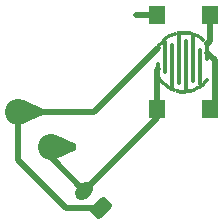
<source format=gbr>
%TF.GenerationSoftware,KiCad,Pcbnew,7.0.9*%
%TF.CreationDate,2023-12-20T17:33:42-07:00*%
%TF.ProjectId,vb_controller_shoulder_left_pcb,76625f63-6f6e-4747-926f-6c6c65725f73,4a*%
%TF.SameCoordinates,Original*%
%TF.FileFunction,Copper,L1,Top*%
%TF.FilePolarity,Positive*%
%FSLAX46Y46*%
G04 Gerber Fmt 4.6, Leading zero omitted, Abs format (unit mm)*
G04 Created by KiCad (PCBNEW 7.0.9) date 2023-12-20 17:33:42*
%MOMM*%
%LPD*%
G01*
G04 APERTURE LIST*
G04 Aperture macros list*
%AMRoundRect*
0 Rectangle with rounded corners*
0 $1 Rounding radius*
0 $2 $3 $4 $5 $6 $7 $8 $9 X,Y pos of 4 corners*
0 Add a 4 corners polygon primitive as box body*
4,1,4,$2,$3,$4,$5,$6,$7,$8,$9,$2,$3,0*
0 Add four circle primitives for the rounded corners*
1,1,$1+$1,$2,$3*
1,1,$1+$1,$4,$5*
1,1,$1+$1,$6,$7*
1,1,$1+$1,$8,$9*
0 Add four rect primitives between the rounded corners*
20,1,$1+$1,$2,$3,$4,$5,0*
20,1,$1+$1,$4,$5,$6,$7,0*
20,1,$1+$1,$6,$7,$8,$9,0*
20,1,$1+$1,$8,$9,$2,$3,0*%
%AMHorizOval*
0 Thick line with rounded ends*
0 $1 width*
0 $2 $3 position (X,Y) of the first rounded end (center of the circle)*
0 $4 $5 position (X,Y) of the second rounded end (center of the circle)*
0 Add line between two ends*
20,1,$1,$2,$3,$4,$5,0*
0 Add two circle primitives to create the rounded ends*
1,1,$1,$2,$3*
1,1,$1,$4,$5*%
%AMRotRect*
0 Rectangle, with rotation*
0 The origin of the aperture is its center*
0 $1 length*
0 $2 width*
0 $3 Rotation angle, in degrees counterclockwise*
0 Add horizontal line*
21,1,$1,$2,0,0,$3*%
G04 Aperture macros list end*
%TA.AperFunction,ComponentPad*%
%ADD10C,2.200000*%
%TD*%
%TA.AperFunction,SMDPad,CuDef*%
%ADD11R,1.400000X1.600000*%
%TD*%
%TA.AperFunction,SMDPad,CuDef*%
%ADD12RotRect,0.300000X0.300000X271.239585*%
%TD*%
%TA.AperFunction,SMDPad,CuDef*%
%ADD13RotRect,0.300000X0.300000X264.753270*%
%TD*%
%TA.AperFunction,SMDPad,CuDef*%
%ADD14RotRect,0.300000X0.300000X277.725900*%
%TD*%
%TA.AperFunction,SMDPad,CuDef*%
%ADD15RotRect,0.300000X0.300000X258.266956*%
%TD*%
%TA.AperFunction,SMDPad,CuDef*%
%ADD16RotRect,0.300000X0.300000X284.212214*%
%TD*%
%TA.AperFunction,SMDPad,CuDef*%
%ADD17RotRect,0.300000X0.300000X251.780641*%
%TD*%
%TA.AperFunction,SMDPad,CuDef*%
%ADD18RotRect,0.300000X0.300000X290.698529*%
%TD*%
%TA.AperFunction,SMDPad,CuDef*%
%ADD19RotRect,0.300000X0.300000X245.294326*%
%TD*%
%TA.AperFunction,SMDPad,CuDef*%
%ADD20RotRect,0.300000X0.300000X297.184844*%
%TD*%
%TA.AperFunction,SMDPad,CuDef*%
%ADD21RotRect,0.300000X0.300000X238.808012*%
%TD*%
%TA.AperFunction,SMDPad,CuDef*%
%ADD22RotRect,0.300000X0.300000X303.671158*%
%TD*%
%TA.AperFunction,SMDPad,CuDef*%
%ADD23RotRect,0.300000X0.300000X232.321697*%
%TD*%
%TA.AperFunction,SMDPad,CuDef*%
%ADD24RotRect,0.300000X0.300000X310.157473*%
%TD*%
%TA.AperFunction,SMDPad,CuDef*%
%ADD25RotRect,0.300000X0.300000X225.835382*%
%TD*%
%TA.AperFunction,SMDPad,CuDef*%
%ADD26RotRect,0.300000X0.300000X316.643788*%
%TD*%
%TA.AperFunction,SMDPad,CuDef*%
%ADD27RotRect,0.300000X0.300000X219.349068*%
%TD*%
%TA.AperFunction,SMDPad,CuDef*%
%ADD28RotRect,0.300000X0.300000X323.130102*%
%TD*%
%TA.AperFunction,SMDPad,CuDef*%
%ADD29RotRect,0.300000X0.300000X212.862753*%
%TD*%
%TA.AperFunction,SMDPad,CuDef*%
%ADD30RotRect,0.300000X0.300000X208.357637*%
%TD*%
%TA.AperFunction,SMDPad,CuDef*%
%ADD31O,0.300000X1.187434*%
%TD*%
%TA.AperFunction,SMDPad,CuDef*%
%ADD32O,0.300000X3.377409*%
%TD*%
%TA.AperFunction,SMDPad,CuDef*%
%ADD33O,0.300000X3.967623*%
%TD*%
%TA.AperFunction,SMDPad,CuDef*%
%ADD34O,0.300000X4.506459*%
%TD*%
%TA.AperFunction,SMDPad,CuDef*%
%ADD35O,0.300000X4.434032*%
%TD*%
%TA.AperFunction,SMDPad,CuDef*%
%ADD36O,0.300000X4.169127*%
%TD*%
%TA.AperFunction,SMDPad,CuDef*%
%ADD37O,0.300000X2.937844*%
%TD*%
%TA.AperFunction,SMDPad,CuDef*%
%ADD38O,0.300000X1.500000*%
%TD*%
%TA.AperFunction,SMDPad,CuDef*%
%ADD39RotRect,0.300000X0.300000X151.642363*%
%TD*%
%TA.AperFunction,SMDPad,CuDef*%
%ADD40RotRect,0.300000X0.300000X145.156049*%
%TD*%
%TA.AperFunction,SMDPad,CuDef*%
%ADD41RotRect,0.300000X0.300000X36.869898*%
%TD*%
%TA.AperFunction,SMDPad,CuDef*%
%ADD42RotRect,0.300000X0.300000X138.669734*%
%TD*%
%TA.AperFunction,SMDPad,CuDef*%
%ADD43RotRect,0.300000X0.300000X41.375014*%
%TD*%
%TA.AperFunction,SMDPad,CuDef*%
%ADD44RotRect,0.300000X0.300000X132.183419*%
%TD*%
%TA.AperFunction,SMDPad,CuDef*%
%ADD45RotRect,0.300000X0.300000X47.861329*%
%TD*%
%TA.AperFunction,SMDPad,CuDef*%
%ADD46RotRect,0.300000X0.300000X125.697105*%
%TD*%
%TA.AperFunction,SMDPad,CuDef*%
%ADD47RotRect,0.300000X0.300000X54.347643*%
%TD*%
%TA.AperFunction,SMDPad,CuDef*%
%ADD48RotRect,0.300000X0.300000X119.210790*%
%TD*%
%TA.AperFunction,SMDPad,CuDef*%
%ADD49RotRect,0.300000X0.300000X60.833958*%
%TD*%
%TA.AperFunction,SMDPad,CuDef*%
%ADD50RotRect,0.300000X0.300000X112.724475*%
%TD*%
%TA.AperFunction,SMDPad,CuDef*%
%ADD51RotRect,0.300000X0.300000X67.320273*%
%TD*%
%TA.AperFunction,SMDPad,CuDef*%
%ADD52RotRect,0.300000X0.300000X106.238161*%
%TD*%
%TA.AperFunction,SMDPad,CuDef*%
%ADD53RotRect,0.300000X0.300000X73.806588*%
%TD*%
%TA.AperFunction,SMDPad,CuDef*%
%ADD54RotRect,0.300000X0.300000X99.751846*%
%TD*%
%TA.AperFunction,SMDPad,CuDef*%
%ADD55RotRect,0.300000X0.300000X80.292902*%
%TD*%
%TA.AperFunction,SMDPad,CuDef*%
%ADD56RotRect,0.300000X0.300000X93.265531*%
%TD*%
%TA.AperFunction,SMDPad,CuDef*%
%ADD57RotRect,0.300000X0.300000X86.779217*%
%TD*%
%TA.AperFunction,ComponentPad*%
%ADD58RoundRect,0.250000X0.689429X0.194454X0.194454X0.689429X-0.689429X-0.194454X-0.194454X-0.689429X0*%
%TD*%
%TA.AperFunction,ComponentPad*%
%ADD59HorizOval,1.200000X0.194454X0.194454X-0.194454X-0.194454X0*%
%TD*%
%TA.AperFunction,ViaPad*%
%ADD60C,0.508000*%
%TD*%
%TA.AperFunction,Conductor*%
%ADD61C,0.500000*%
%TD*%
G04 APERTURE END LIST*
D10*
%TO.P,JW8,1,1*%
%TO.N,Net-(J1-Pin_1)*%
X140900000Y-113000000D03*
%TD*%
D11*
%TO.P,SW1,1,1*%
%TO.N,Net-(J1-Pin_2)*%
X152650000Y-112800000D03*
X152650000Y-104800000D03*
%TO.P,SW1,2,2*%
%TO.N,Net-(J1-Pin_1)*%
X157150000Y-112800000D03*
X157150000Y-104800000D03*
%TD*%
D12*
%TO.P,SW9,1,1*%
%TO.N,Net-(J1-Pin_2)*%
X154954082Y-111299414D03*
D13*
X154671389Y-111289525D03*
D14*
X155236085Y-111277306D03*
D15*
X154391620Y-111247764D03*
D16*
X155513785Y-111223482D03*
D17*
X154118361Y-111174666D03*
D18*
X155783627Y-111138632D03*
D19*
X153855108Y-111071166D03*
D20*
X156042156Y-111023843D03*
D21*
X153605232Y-110938591D03*
D22*
X156286063Y-110880583D03*
D23*
X153371932Y-110778637D03*
D24*
X156512226Y-110710687D03*
D25*
X153158195Y-110593352D03*
D26*
X156717748Y-110516330D03*
D27*
X152966757Y-110385108D03*
D28*
X156900000Y-110299999D03*
D29*
X152800069Y-110156571D03*
D30*
X152700001Y-109987434D03*
D31*
X152700000Y-109393717D03*
D32*
X156300000Y-109182526D03*
D33*
X153900000Y-109107476D03*
D34*
X155100000Y-109038757D03*
D35*
%TO.P,SW9,2,2*%
%TO.N,Net-(J1-Pin_1)*%
X154500000Y-108549224D03*
D36*
X155700000Y-108516020D03*
D37*
X153300000Y-108347985D03*
D38*
X156900000Y-108050000D03*
D39*
X152700000Y-107612566D03*
D40*
X152848223Y-107371642D03*
D41*
X156900000Y-107300001D03*
D42*
X153022712Y-107149004D03*
D43*
X156775998Y-107147539D03*
D44*
X153221235Y-106947503D03*
D45*
X156577318Y-106946193D03*
D46*
X153441250Y-106769718D03*
D47*
X156357164Y-106768579D03*
D48*
X153679940Y-106617925D03*
D49*
X156118355Y-106616973D03*
D50*
X153934250Y-106494068D03*
D51*
X155863948Y-106493314D03*
D52*
X154200924Y-106399731D03*
D53*
X155597201Y-106399186D03*
D54*
X154476547Y-106336124D03*
D55*
X155321528Y-106335794D03*
D56*
X154757592Y-106304060D03*
D57*
X155040459Y-106303949D03*
%TD*%
D10*
%TO.P,JW5,1,1*%
%TO.N,Net-(J1-Pin_2)*%
X143650000Y-116000000D03*
%TD*%
D58*
%TO.P,J1,1,Pin_1*%
%TO.N,Net-(J1-Pin_1)*%
X147914214Y-121114214D03*
D59*
%TO.P,J1,2,Pin_2*%
%TO.N,Net-(J1-Pin_2)*%
X146500000Y-119700000D03*
%TD*%
D60*
%TO.N,Net-(J1-Pin_2)*%
X150950000Y-115250000D03*
X150900000Y-104800000D03*
%TD*%
D61*
%TO.N,Net-(J1-Pin_1)*%
X157512400Y-112437600D02*
X157512400Y-108662400D01*
X144914214Y-121114214D02*
X147914214Y-121114214D01*
X140900000Y-117100000D02*
X144914214Y-121114214D01*
X157150000Y-104800000D02*
X157150000Y-107050001D01*
X157150000Y-107050001D02*
X156900000Y-107300001D01*
X157512400Y-108662400D02*
X156900000Y-108050000D01*
X140900000Y-113000000D02*
X147312566Y-113000000D01*
X157150000Y-112800000D02*
X157512400Y-112437600D01*
X140900000Y-113000000D02*
X140900000Y-117100000D01*
X147312566Y-113000000D02*
X152700000Y-107612566D01*
%TO.N,Net-(J1-Pin_2)*%
X143650000Y-116850000D02*
X146500000Y-119700000D01*
X152650000Y-112800000D02*
X152650000Y-109443717D01*
X152650000Y-113550000D02*
X152650000Y-112800000D01*
X143650000Y-116000000D02*
X143650000Y-116850000D01*
X150950000Y-115250000D02*
X152650000Y-113550000D01*
X152650000Y-104800000D02*
X150900000Y-104800000D01*
X152650000Y-109443717D02*
X152700000Y-109393717D01*
X146500000Y-119700000D02*
X150950000Y-115250000D01*
%TD*%
%TA.AperFunction,Conductor*%
%TO.N,Net-(J1-Pin_2)*%
G36*
X144105953Y-115004830D02*
G01*
X144106015Y-115004858D01*
X145743130Y-115746886D01*
X145749251Y-115753422D01*
X145750000Y-115757542D01*
X145750000Y-116242457D01*
X145746573Y-116250730D01*
X145743130Y-116253113D01*
X144106015Y-116995141D01*
X144097065Y-116995436D01*
X144090529Y-116989315D01*
X144090501Y-116989253D01*
X143970715Y-116720854D01*
X143651126Y-116004765D01*
X143650884Y-115995817D01*
X143651114Y-115995262D01*
X144090501Y-115010745D01*
X144097002Y-115004587D01*
X144105953Y-115004830D01*
G37*
%TD.AperFunction*%
%TD*%
%TA.AperFunction,Conductor*%
%TO.N,Net-(J1-Pin_1)*%
G36*
X141355953Y-112004830D02*
G01*
X141356015Y-112004858D01*
X142993130Y-112746886D01*
X142999251Y-112753422D01*
X143000000Y-112757542D01*
X143000000Y-113242457D01*
X142996573Y-113250730D01*
X142993130Y-113253113D01*
X141356015Y-113995141D01*
X141347065Y-113995436D01*
X141340529Y-113989315D01*
X141340501Y-113989253D01*
X141220715Y-113720854D01*
X140901126Y-113004765D01*
X140900884Y-112995817D01*
X140901114Y-112995262D01*
X141340501Y-112010745D01*
X141347002Y-112004587D01*
X141355953Y-112004830D01*
G37*
%TD.AperFunction*%
%TD*%
M02*

</source>
